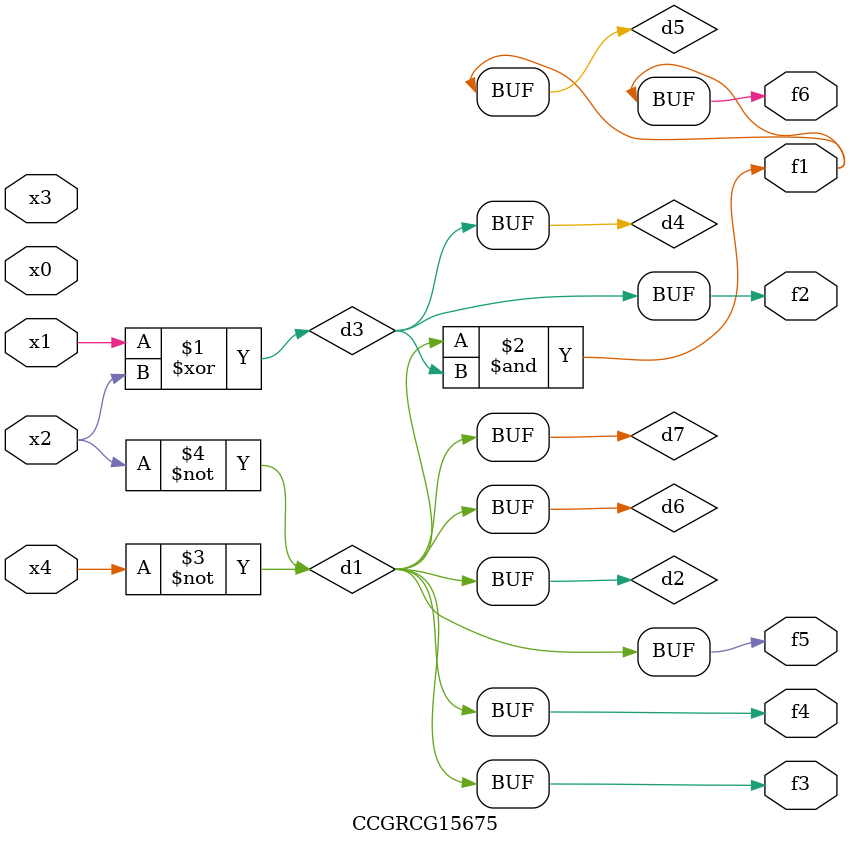
<source format=v>
module CCGRCG15675(
	input x0, x1, x2, x3, x4,
	output f1, f2, f3, f4, f5, f6
);

	wire d1, d2, d3, d4, d5, d6, d7;

	not (d1, x4);
	not (d2, x2);
	xor (d3, x1, x2);
	buf (d4, d3);
	and (d5, d1, d3);
	buf (d6, d1, d2);
	buf (d7, d2);
	assign f1 = d5;
	assign f2 = d4;
	assign f3 = d7;
	assign f4 = d7;
	assign f5 = d7;
	assign f6 = d5;
endmodule

</source>
